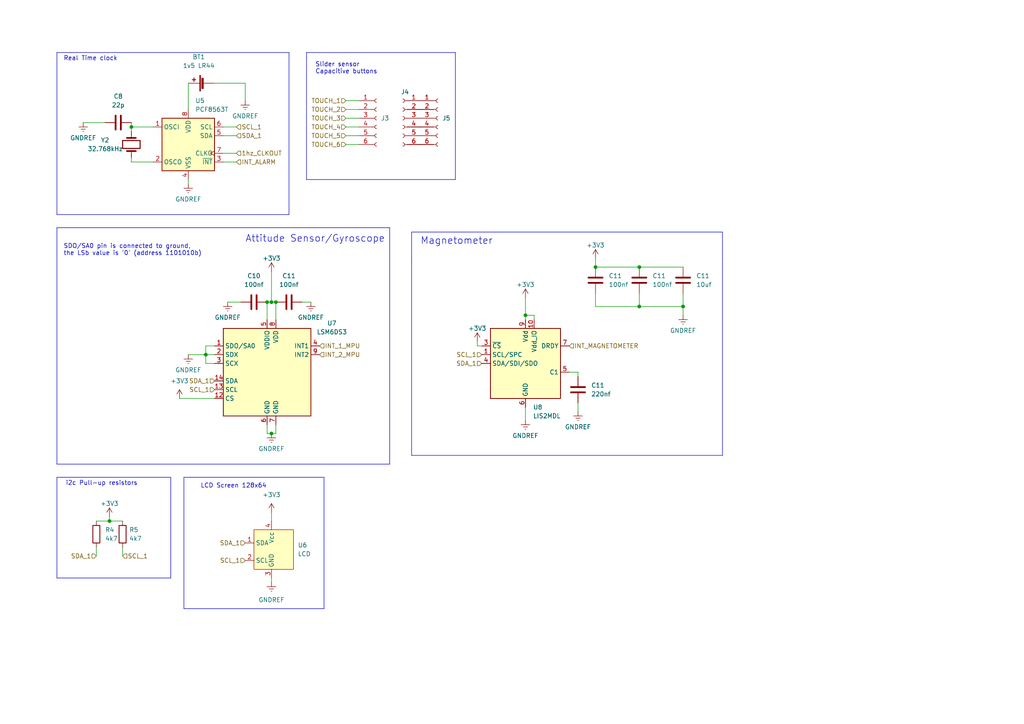
<source format=kicad_sch>
(kicad_sch (version 20230121) (generator eeschema)
  (paper "A4")
  (lib_symbols
    (symbol "Connector:Conn_01x06_Female" (pin_names (offset 1.016) hide)
      (property "Reference" "J" (at 0 7.62 0))
      (property "Value" "Conn_01x06_Female" (at 0 -10.16 0))
      (symbol "Conn_01x06_Female_1_1"
        (arc (start 0 -7.112) (mid -0.5058 -7.62) (end 0 -8.128) (stroke (width 0.1524)))
        (arc (start 0 -4.572) (mid -0.5058 -5.08) (end 0 -5.588) (stroke (width 0.1524)))
        (arc (start 0 -2.032) (mid -0.5058 -2.54) (end 0 -3.048) (stroke (width 0.1524)))
        (polyline (pts (xy -1.27 -7.62) (xy -0.508 -7.62)) (stroke (width 0.1524)))
        (polyline (pts (xy -1.27 -5.08) (xy -0.508 -5.08)) (stroke (width 0.1524)))
        (polyline (pts (xy -1.27 -2.54) (xy -0.508 -2.54)) (stroke (width 0.1524)))
        (polyline (pts (xy -1.27 0) (xy -0.508 0)) (stroke (width 0.1524)))
        (polyline (pts (xy -1.27 2.54) (xy -0.508 2.54)) (stroke (width 0.1524)))
        (polyline (pts (xy -1.27 5.08) (xy -0.508 5.08)) (stroke (width 0.1524)))
        (arc (start 0 0.508) (mid -0.5058 0) (end 0 -0.508) (stroke (width 0.1524)))
        (arc (start 0 3.048) (mid -0.5058 2.54) (end 0 2.032) (stroke (width 0.1524)))
        (arc (start 0 5.588) (mid -0.5058 5.08) (end 0 4.572) (stroke (width 0.1524)))
        (pin passive line (at -5.08 5.08 0) (length 3.81) (name "Pin_1") (number "1"))
        (pin passive line (at -5.08 2.54 0) (length 3.81) (name "Pin_2") (number "2"))
        (pin passive line (at -5.08 0 0) (length 3.81) (name "Pin_3") (number "3"))
        (pin passive line (at -5.08 -2.54 0) (length 3.81) (name "Pin_4") (number "4"))
        (pin passive line (at -5.08 -5.08 0) (length 3.81) (name "Pin_5") (number "5"))
        (pin passive line (at -5.08 -7.62 0) (length 3.81) (name "Pin_6") (number "6"))
      )
    )
    (symbol "Device:Battery_Cell" (pin_numbers hide) (pin_names (offset 0) hide)
      (property "Reference" "BT" (at 2.54 2.54 0))
      (property "Value" "Battery_Cell" (at 2.54 0 0))
      (symbol "Battery_Cell_0_1"
        (rectangle (start -2.286 1.778) (end 2.286 1.524) (fill (type outline)))
        (rectangle (start -1.5748 1.1938) (end 1.4732 0.6858) (fill (type outline)))
        (polyline (pts (xy 0 0.762) (xy 0 0)))
        (polyline (pts (xy 0 1.778) (xy 0 2.54)))
        (polyline (pts (xy 0.508 3.429) (xy 1.524 3.429)) (stroke (width 0.254)))
        (polyline (pts (xy 1.016 3.937) (xy 1.016 2.921)) (stroke (width 0.254)))
      )
      (symbol "Battery_Cell_1_1"
        (pin passive line (at 0 5.08 270) (length 2.54) (name "+") (number "1"))
        (pin passive line (at 0 -2.54 90) (length 2.54) (name "-") (number "2"))
      )
    )
    (symbol "Device:C" (pin_numbers hide) (pin_names (offset 0.254))
      (property "Reference" "C" (at 0.635 2.54 0))
      (property "Value" "C" (at 0.635 -2.54 0))
      (symbol "C_0_1"
        (polyline (pts (xy -2.032 -0.762) (xy 2.032 -0.762)) (stroke (width 0.508)))
        (polyline (pts (xy -2.032 0.762) (xy 2.032 0.762)) (stroke (width 0.508)))
      )
      (symbol "C_1_1"
        (pin passive line (at 0 3.81 270) (length 2.794) (name "~") (number "1"))
        (pin passive line (at 0 -3.81 90) (length 2.794) (name "~") (number "2"))
      )
    )
    (symbol "Device:Crystal" (pin_numbers hide) (pin_names (offset 1.016) hide)
      (property "Reference" "Y" (at 0 3.81 0))
      (property "Value" "Crystal" (at 0 -3.81 0))
      (symbol "Crystal_0_1"
        (rectangle (start -1.143 2.54) (end 1.143 -2.54) (stroke (width 0.3048)))
        (polyline (pts (xy -2.54 0) (xy -1.905 0)))
        (polyline (pts (xy -1.905 -1.27) (xy -1.905 1.27)) (stroke (width 0.508)))
        (polyline (pts (xy 1.905 -1.27) (xy 1.905 1.27)) (stroke (width 0.508)))
        (polyline (pts (xy 2.54 0) (xy 1.905 0)))
      )
      (symbol "Crystal_1_1"
        (pin passive line (at -3.81 0 0) (length 1.27) (name "1") (number "1"))
        (pin passive line (at 3.81 0 180) (length 1.27) (name "2") (number "2"))
      )
    )
    (symbol "Device:R" (pin_numbers hide) (pin_names (offset 0))
      (property "Reference" "R" (at 2.032 0 90))
      (property "Value" "R" (at 0 0 90))
      (symbol "R_0_1"
        (rectangle (start -1.016 -2.54) (end 1.016 2.54) (stroke (width 0.254)))
      )
      (symbol "R_1_1"
        (pin passive line (at 0 3.81 270) (length 1.27) (name "~") (number "1"))
        (pin passive line (at 0 -3.81 90) (length 1.27) (name "~") (number "2"))
      )
    )
    (symbol "LCD_IIC_12864:LCD"
      (property "Reference" "U" (at 5.08 0 0))
      (property "Value" "LCD" (at 2.54 0 0))
      (symbol "LCD_0_1"
        (rectangle (start -3.81 6.35) (end 7.62 -5.08) (fill (type background)))
      )
      (symbol "LCD_1_1"
        (pin input line (at -6.35 2.54 0) (length 2.54) (name "SDA") (number "1"))
        (pin input line (at -6.35 -2.54 0) (length 2.54) (name "SCL") (number "2"))
        (pin power_in line (at 1.27 -7.62 90) (length 2.54) (name "GND") (number "3"))
        (pin power_in line (at 1.27 8.89 270) (length 2.54) (name "Vcc") (number "4"))
      )
    )
    (symbol "Sensor_Magnetic:LIS2MDL"
      (property "Reference" "U" (at -8.89 11.43 0))
      (property "Value" "LIS2MDL" (at 7.62 11.43 0))
      (symbol "LIS2MDL_0_1"
        (rectangle (start -10.16 10.16) (end 10.16 -10.16) (stroke (width 0.254)) (fill (type background)))
      )
      (symbol "LIS2MDL_1_1"
        (pin input line (at -12.7 2.54 0) (length 2.54) (name "SCL/SPC") (number "1"))
        (pin power_in line (at 2.54 12.7 270) (length 2.54) (name "Vdd_IO") (number "10"))
        (pin no_connect line (at -10.16 -7.62 0) (length 2.54) hide (name "NC") (number "11"))
        (pin no_connect line (at 10.16 -7.62 180) (length 2.54) hide (name "NC") (number "12"))
        (pin no_connect line (at -10.16 -5.08 0) (length 2.54) hide (name "NC") (number "2"))
        (pin input line (at -12.7 5.08 0) (length 2.54) (name "~{CS}") (number "3"))
        (pin bidirectional line (at -12.7 0 0) (length 2.54) (name "SDA/SDI/SDO") (number "4"))
        (pin power_out line (at 12.7 -2.54 180) (length 2.54) (name "C1") (number "5"))
        (pin power_in line (at 0 -12.7 90) (length 2.54) (name "GND") (number "6"))
        (pin output line (at 12.7 5.08 180) (length 2.54) (name "DRDY") (number "7"))
        (pin passive line (at 0 -12.7 90) (length 2.54) hide (name "GND") (number "8"))
        (pin power_in line (at 0 12.7 270) (length 2.54) (name "Vdd") (number "9"))
      )
    )
    (symbol "Sensor_Motion:LSM6DS3"
      (property "Reference" "U" (at -11.43 15.24 0))
      (property "Value" "LSM6DS3" (at -11.43 12.7 0))
      (symbol "LSM6DS3_0_1"
        (rectangle (start -12.7 12.7) (end 12.7 -12.7) (stroke (width 0.254)) (fill (type background)))
      )
      (symbol "LSM6DS3_1_1"
        (pin bidirectional line (at -15.24 7.62 0) (length 2.54) (name "SDO/SA0") (number "1"))
        (pin no_connect line (at 12.7 -5.08 180) (length 3.81) hide (name "NC") (number "10"))
        (pin no_connect line (at 12.7 -2.54 180) (length 3.81) hide (name "NC") (number "11"))
        (pin input line (at -15.24 -7.62 0) (length 2.54) (name "CS") (number "12"))
        (pin input line (at -15.24 -5.08 0) (length 2.54) (name "SCL") (number "13"))
        (pin bidirectional line (at -15.24 -2.54 0) (length 2.54) (name "SDA") (number "14"))
        (pin bidirectional line (at -15.24 5.08 0) (length 2.54) (name "SDX") (number "2"))
        (pin input line (at -15.24 2.54 0) (length 2.54) (name "SCX") (number "3"))
        (pin output line (at 15.24 7.62 180) (length 2.54) (name "INT1") (number "4"))
        (pin power_in line (at 0 15.24 270) (length 2.54) (name "VDDIO") (number "5"))
        (pin power_in line (at 0 -15.24 90) (length 2.54) (name "GND") (number "6"))
        (pin power_in line (at 2.54 -15.24 90) (length 2.54) (name "GND") (number "7"))
        (pin power_in line (at 2.54 15.24 270) (length 2.54) (name "VDD") (number "8"))
        (pin output line (at 15.24 5.08 180) (length 2.54) (name "INT2") (number "9"))
      )
    )
    (symbol "Timer_RTC:PCF8563T"
      (property "Reference" "U" (at -7.62 8.89 0))
      (property "Value" "PCF8563T" (at 2.54 8.89 0))
      (symbol "PCF8563T_0_1"
        (rectangle (start -7.62 7.62) (end 7.62 -7.62) (stroke (width 0.254)) (fill (type background)))
      )
      (symbol "PCF8563T_1_1"
        (pin input line (at -10.16 5.08 0) (length 2.54) (name "OSCI") (number "1"))
        (pin output line (at -10.16 -5.08 0) (length 2.54) (name "OSCO") (number "2"))
        (pin output line (at 10.16 -5.08 180) (length 2.54) (name "~{INT}") (number "3"))
        (pin power_in line (at 0 -10.16 90) (length 2.54) (name "VSS") (number "4"))
        (pin bidirectional line (at 10.16 2.54 180) (length 2.54) (name "SDA") (number "5"))
        (pin input line (at 10.16 5.08 180) (length 2.54) (name "SCL") (number "6"))
        (pin output clock (at 10.16 -2.54 180) (length 2.54) (name "CLKO") (number "7"))
        (pin power_in line (at 0 10.16 270) (length 2.54) (name "VDD") (number "8"))
      )
    )
    (symbol "power:+3V3" (power) (pin_names (offset 0))
      (property "Value" "+3V3" (at 0 3.556 0))
      (symbol "+3V3_0_1"
        (polyline (pts (xy -0.762 1.27) (xy 0 2.54)))
        (polyline (pts (xy 0 0) (xy 0 2.54)))
        (polyline (pts (xy 0 2.54) (xy 0.762 1.27)))
      )
      (symbol "+3V3_1_1"
        (pin power_in line (at 0 0 90) (length 0) hide (name "+3V3") (number "1"))
      )
    )
    (symbol "power:GNDREF" (power) (pin_names (offset 0))
      (property "Value" "GNDREF" (at 0 -3.81 0))
      (symbol "GNDREF_0_1"
        (polyline (pts (xy -0.635 -1.905) (xy 0.635 -1.905)))
        (polyline (pts (xy -0.127 -2.54) (xy 0.127 -2.54)))
        (polyline (pts (xy 0 -1.27) (xy 0 0)))
        (polyline (pts (xy 1.27 -1.27) (xy -1.27 -1.27)))
      )
      (symbol "GNDREF_1_1"
        (pin power_in line (at 0 0 270) (length 0) hide (name "GNDREF") (number "1"))
      )
    )
  )
  (junction (at 185.42 88.9))
  (junction (at 77.47 87.63))
  (junction (at 198.12 88.9))
  (junction (at 152.4 91.44))
  (junction (at 31.75 151.13))
  (junction (at 80.01 87.63))
  (junction (at 172.72 77.47))
  (junction (at 78.74 87.63))
  (junction (at 78.74 125.73))
  (junction (at 38.1 36.83))
  (junction (at 59.69 102.87))
  (junction (at 185.42 77.47))
  (polyline (pts (xy 113.03 66.04) (xy 113.03 134.62)))
  (polyline (pts (xy 88.9 52.07) (xy 132.08 52.07)))
  (wire (pts (xy 198.12 88.9) (xy 198.12 91.44)))
  (polyline (pts (xy 16.51 138.43) (xy 16.51 167.64)))
  (wire (pts (xy 77.47 125.73) (xy 78.74 125.73)))
  (wire (pts (xy 185.42 85.09) (xy 185.42 88.9)))
  (polyline (pts (xy 113.03 134.62) (xy 16.51 134.62)))
  (wire (pts (xy 27.94 151.13) (xy 31.75 151.13)))
  (wire (pts (xy 38.1 36.83) (xy 44.45 36.83)))
  (polyline (pts (xy 119.38 67.31) (xy 209.55 67.31)))
  (wire (pts (xy 66.04 87.63) (xy 69.85 87.63)))
  (wire (pts (xy 152.4 86.36) (xy 152.4 91.44)))
  (wire (pts (xy 27.94 158.75) (xy 27.94 161.29)))
  (wire (pts (xy 80.01 125.73) (xy 78.74 125.73)))
  (wire (pts (xy 100.33 36.83) (xy 104.14 36.83)))
  (wire (pts (xy 35.56 158.75) (xy 35.56 161.29)))
  (polyline (pts (xy 119.38 74.93) (xy 119.38 132.08)))
  (wire (pts (xy 31.75 151.13) (xy 35.56 151.13)))
  (polyline (pts (xy 16.51 15.24) (xy 20.32 15.24)))
  (wire (pts (xy 78.74 167.64) (xy 78.74 168.91)))
  (polyline (pts (xy 16.51 138.43) (xy 49.53 138.43)))
  (polyline (pts (xy 209.55 74.93) (xy 209.55 132.08)))
  (wire (pts (xy 100.33 41.91) (xy 104.14 41.91)))
  (polyline (pts (xy 16.51 66.04) (xy 16.51 134.62)))
  (wire (pts (xy 167.64 116.84) (xy 167.64 119.38)))
  (polyline (pts (xy 83.82 15.24) (xy 83.82 62.23)))
  (wire (pts (xy 172.72 85.09) (xy 172.72 88.9)))
  (wire (pts (xy 80.01 87.63) (xy 80.01 92.71)))
  (wire (pts (xy 71.12 29.21) (xy 71.12 24.13)))
  (wire (pts (xy 31.75 149.86) (xy 31.75 151.13)))
  (wire (pts (xy 172.72 77.47) (xy 185.42 77.47)))
  (wire (pts (xy 64.77 39.37) (xy 68.58 39.37)))
  (wire (pts (xy 54.61 52.07) (xy 54.61 53.34)))
  (wire (pts (xy 185.42 77.47) (xy 198.12 77.47)))
  (wire (pts (xy 78.74 78.74) (xy 78.74 87.63)))
  (wire (pts (xy 59.69 102.87) (xy 62.23 102.87)))
  (polyline (pts (xy 209.55 67.31) (xy 209.55 74.93)))
  (wire (pts (xy 165.1 107.95) (xy 167.64 107.95)))
  (wire (pts (xy 100.33 34.29) (xy 104.14 34.29)))
  (wire (pts (xy 78.74 148.59) (xy 78.74 151.13)))
  (wire (pts (xy 62.23 105.41) (xy 59.69 105.41)))
  (wire (pts (xy 64.77 46.99) (xy 68.58 46.99)))
  (wire (pts (xy 64.77 44.45) (xy 68.58 44.45)))
  (polyline (pts (xy 88.9 15.24) (xy 88.9 16.51)))
  (wire (pts (xy 152.4 91.44) (xy 152.4 92.71)))
  (wire (pts (xy 44.45 46.99) (xy 38.1 46.99)))
  (polyline (pts (xy 83.82 62.23) (xy 16.51 62.23)))
  (wire (pts (xy 59.69 100.33) (xy 59.69 102.87)))
  (wire (pts (xy 71.12 24.13) (xy 62.23 24.13)))
  (polyline (pts (xy 88.9 16.51) (xy 88.9 52.07)))
  (wire (pts (xy 78.74 87.63) (xy 80.01 87.63)))
  (wire (pts (xy 198.12 88.9) (xy 198.12 85.09)))
  (polyline (pts (xy 20.32 15.24) (xy 83.82 15.24)))
  (polyline (pts (xy 53.34 138.43) (xy 58.42 138.43)))
  (wire (pts (xy 172.72 88.9) (xy 185.42 88.9)))
  (wire (pts (xy 185.42 88.9) (xy 198.12 88.9)))
  (polyline (pts (xy 132.08 52.07) (xy 132.08 15.24)))
  (wire (pts (xy 38.1 35.56) (xy 38.1 36.83)))
  (wire (pts (xy 100.33 29.21) (xy 104.14 29.21)))
  (wire (pts (xy 62.23 100.33) (xy 59.69 100.33)))
  (wire (pts (xy 172.72 74.93) (xy 172.72 77.47)))
  (wire (pts (xy 54.61 24.13) (xy 54.61 31.75)))
  (polyline (pts (xy 16.51 62.23) (xy 16.51 15.24)))
  (wire (pts (xy 154.94 92.71) (xy 154.94 91.44)))
  (wire (pts (xy 154.94 91.44) (xy 152.4 91.44)))
  (wire (pts (xy 100.33 31.75) (xy 104.14 31.75)))
  (polyline (pts (xy 49.53 167.64) (xy 16.51 167.64)))
  (wire (pts (xy 54.61 102.87) (xy 59.69 102.87)))
  (polyline (pts (xy 16.51 66.04) (xy 113.03 66.04)))
  (wire (pts (xy 77.47 87.63) (xy 77.47 92.71)))
  (polyline (pts (xy 93.98 138.43) (xy 93.98 176.53)))
  (wire (pts (xy 38.1 46.99) (xy 38.1 45.72)))
  (wire (pts (xy 59.69 105.41) (xy 59.69 102.87)))
  (polyline (pts (xy 119.38 67.31) (xy 119.38 74.93)))
  (wire (pts (xy 78.74 87.63) (xy 77.47 87.63)))
  (wire (pts (xy 138.43 99.06) (xy 138.43 100.33)))
  (polyline (pts (xy 132.08 15.24) (xy 88.9 15.24)))
  (wire (pts (xy 152.4 118.11) (xy 152.4 121.92)))
  (polyline (pts (xy 53.34 176.53) (xy 53.34 138.43)))
  (wire (pts (xy 167.64 107.95) (xy 167.64 109.22)))
  (wire (pts (xy 24.13 35.56) (xy 30.48 35.56)))
  (polyline (pts (xy 49.53 138.43) (xy 49.53 167.64)))
  (polyline (pts (xy 58.42 138.43) (xy 93.98 138.43)))
  (wire (pts (xy 138.43 100.33) (xy 139.7 100.33)))
  (wire (pts (xy 64.77 36.83) (xy 68.58 36.83)))
  (wire (pts (xy 52.07 115.57) (xy 62.23 115.57)))
  (wire (pts (xy 77.47 123.19) (xy 77.47 125.73)))
  (wire (pts (xy 80.01 123.19) (xy 80.01 125.73)))
  (polyline (pts (xy 209.55 132.08) (xy 119.38 132.08)))
  (wire (pts (xy 100.33 39.37) (xy 104.14 39.37)))
  (wire (pts (xy 38.1 38.1) (xy 38.1 36.83)))
  (wire (pts (xy 87.63 87.63) (xy 90.17 87.63)))
  (polyline (pts (xy 93.98 176.53) (xy 53.34 176.53)))
  (text "Attitude Sensor/Gyroscope" (at 71.12 70.485 0) (effects (font (size 2 2)) (justify left bottom)))
  (text "Real Time clock" (at 18.415 17.78 0) (effects (font (size 1.27 1.27)) (justify left bottom)))
  (text "Magnetometer" (at 121.92 71.12 0) (effects (font (size 2 2)) (justify left bottom)))
  (text "i2c Pull-up resistors\n" (at 19.05 140.97 0) (effects (font (size 1.27 1.27)) (justify left bottom)))
  (text "LCD Screen 128x64" (at 58.166 141.732 0) (effects (font (size 1.27 1.27)) (justify left bottom)))
  (text "Slider sensor\nCapacitive buttons\n" (at 91.44 21.59 0) (effects (font (size 1.27 1.27)) (justify left bottom)))
  (text "SDO/SA0 pin is connected to ground,\nthe LSb value is '0' (address 1101010b)" (at 18.415 74.295 0) (effects (font (size 1.27 1.27)) (justify left bottom)))
  (hierarchical_label "TOUCH_5" (shape input) (at 100.33 39.37 180))
  (hierarchical_label "TOUCH_1" (shape input) (at 100.33 29.21 180))
  (hierarchical_label "INT_2_MPU" (shape input) (at 92.71 102.87 0))
  (hierarchical_label "INT_MAGNETOMETER" (shape input) (at 165.1 100.33 0))
  (hierarchical_label "SDA_1" (shape input) (at 68.58 39.37 0))
  (hierarchical_label "SDA_1" (shape input) (at 139.7 105.41 180))
  (hierarchical_label "SCL_1" (shape input) (at 68.58 36.83 0))
  (hierarchical_label "TOUCH_6" (shape input) (at 100.33 41.91 180))
  (hierarchical_label "INT_1_MPU" (shape input) (at 92.71 100.33 0))
  (hierarchical_label "SDA_1" (shape input) (at 62.23 110.49 180))
  (hierarchical_label "1hz_CLKOUT" (shape input) (at 68.58 44.45 0))
  (hierarchical_label "SCL_1" (shape input) (at 62.23 113.03 180))
  (hierarchical_label "INT_ALARM" (shape input) (at 68.58 46.99 0))
  (hierarchical_label "SDA_1" (shape input) (at 27.94 161.29 180))
  (hierarchical_label "SCL_1" (shape input) (at 35.56 161.29 0))
  (hierarchical_label "SCL_1" (shape input) (at 139.7 102.87 180))
  (hierarchical_label "TOUCH_2" (shape input) (at 100.33 31.75 180))
  (hierarchical_label "TOUCH_4" (shape input) (at 100.33 36.83 180))
  (hierarchical_label "SDA_1" (shape input) (at 71.12 157.48 180))
  (hierarchical_label "SCL_1" (shape input) (at 71.12 162.56 180))
  (hierarchical_label "TOUCH_3" (shape input) (at 100.33 34.29 180))
  (symbol (lib_id "Connector:Conn_01x06_Female") (at 127 34.29 0) (unit 1)
    (property "Reference" "J5" (at 128.27 34.2899 0) (effects (justify left)))
    (property "Value" "Conn_01x06_Female" (effects hide))
    (property "Footprint" "LCD:slider_sensors_points_smd" (effects hide))
  )
  (symbol (lib_id "power:GNDREF") (at 54.61 102.87 0) (unit 1)
    (property "Reference" "#PWR0123" (effects hide))
    (property "Value" "GNDREF" (at 54.61 107.315 0))
    (instances (project "Main_board" (path "" (reference "#PWR0123") (unit 1)) (path "" (reference "#PWR017") (unit 1))))
  )
  (symbol (lib_id "power:GNDREF") (at 90.17 87.63 0) (unit 1)
    (property "Reference" "#PWR0121" (effects hide))
    (property "Value" "GNDREF" (at 90.17 92.075 0))
    (instances (project "Main_board" (path "" (reference "#PWR0121") (unit 1)) (path "" (reference "#PWR022") (unit 1))))
  )
  (symbol (lib_id "power:GNDREF") (at 71.12 29.21 0) (unit 1)
    (property "Reference" "#PWR0126" (effects hide))
    (property "Value" "GNDREF" (at 71.12 33.655 0))
    (instances (project "Main_board" (path "" (reference "#PWR0126") (unit 1)) (path "" (reference "#PWR019") (unit 1))))
  )
  (symbol (lib_id "power:GNDREF") (at 152.4 121.92 0) (unit 1)
    (property "Reference" "#PWR0121" (effects hide))
    (property "Value" "GNDREF" (at 152.4 126.365 0))
    (instances (project "Main_board" (path "" (reference "#PWR0121") (unit 1)) (path "" (reference "#PWR031") (unit 1))))
  )
  (symbol (lib_id "Connector:Conn_01x06_Female") (at 116.84 34.29 0) (mirror y) (unit 1)
    (property "Reference" "J4" (at 117.475 26.67 0))
    (property "Value" "Conn_01x06_Female" (effects hide))
    (property "Footprint" "LCD:slide_sensor_6p" (effects hide))
  )
  (symbol (lib_id "Device:C") (at 34.29 35.56 270) (unit 1)
    (property "Reference" "C8" (at 34.29 27.94 90))
    (property "Value" "22p" (at 34.29 30.48 90))
    (property "Footprint" "Capacitor_SMD:C_0402_1005Metric" (effects hide))
    (property "#LCSC Part" "re" (effects hide))
  )
  (symbol (lib_id "power:+3V3") (at 31.75 149.86 0) (unit 1)
    (property "Reference" "#PWR0134" (effects hide))
    (property "Value" "+3V3" (at 31.75 146.05 0))
    (instances (project "Main_board" (path "" (reference "#PWR0134") (unit 1)) (path "" (reference "#PWR023") (unit 1))))
  )
  (symbol (lib_id "Sensor_Magnetic:LIS2MDL") (at 152.4 105.41 0) (unit 1)
    (property "Reference" "U8" (at 154.5941 118.11 0) (effects (justify left)))
    (property "Value" "LIS2MDL" (at 154.5941 120.65 0) (effects (justify left)))
    (property "Footprint" "Package_LGA:LGA-12_2x2mm_P0.5mm" (effects hide))
    (property "Datasheet" "https://www.st.com/resource/en/datasheet/lis2mdl.pdf" (effects hide))
  )
  (symbol (lib_id "Device:C") (at 167.64 113.03 0) (unit 1)
    (property "Reference" "C11" (at 171.45 111.76 0) (effects (justify left)))
    (property "Value" "220nf" (at 171.45 114.3 0) (effects (justify left)))
    (property "Footprint" "Capacitor_SMD:C_0402_1005Metric" (effects hide))
    (property "Datasheet" "https://datasheet.lcsc.com/lcsc/2211101700_YAGEO-CC0603KRX7R9BB104_C14663.pdf" (effects hide))
    (property "#LCSC Part" "C14663" (effects hide))
    (instances (project "Main_board" (path "" (reference "C11") (unit 1)) (path "" (reference "C14") (unit 1))))
  )
  (symbol (lib_id "power:GNDREF") (at 78.74 168.91 0) (unit 1)
    (property "Reference" "#PWR0114" (effects hide))
    (property "Value" "GNDREF" (at 78.74 173.99 0))
    (instances (project "Main_board" (path "" (reference "#PWR0114") (unit 1)) (path "" (reference "#PWR025") (unit 1))))
  )
  (symbol (lib_id "Device:C") (at 83.82 87.63 270) (unit 1)
    (property "Reference" "C11" (at 83.82 80.01 90))
    (property "Value" "100nf" (at 83.82 82.55 90))
    (property "Footprint" "Capacitor_SMD:C_0402_1005Metric" (effects hide))
    (property "Datasheet" "https://datasheet.lcsc.com/lcsc/2211101700_YAGEO-CC0603KRX7R9BB104_C14663.pdf" (effects hide))
    (property "#LCSC Part" "C14663" (effects hide))
  )
  (symbol (lib_id "Device:C") (at 172.72 81.28 0) (unit 1)
    (property "Reference" "C11" (at 176.53 80.01 0) (effects (justify left)))
    (property "Value" "100nf" (at 176.53 82.55 0) (effects (justify left)))
    (property "Footprint" "Capacitor_SMD:C_0402_1005Metric" (effects hide))
    (property "Datasheet" "https://datasheet.lcsc.com/lcsc/2211101700_YAGEO-CC0603KRX7R9BB104_C14663.pdf" (effects hide))
    (property "#LCSC Part" "C14663" (effects hide))
    (instances (project "Main_board" (path "" (reference "C11") (unit 1)) (path "" (reference "C12") (unit 1))))
  )
  (symbol (lib_id "power:+3V3") (at 172.72 74.93 0) (unit 1)
    (property "Reference" "#PWR0134" (effects hide))
    (property "Value" "+3V3" (at 172.72 71.12 0))
    (instances (project "Main_board" (path "" (reference "#PWR0134") (unit 1)) (path "" (reference "#PWR029") (unit 1))))
  )
  (symbol (lib_id "power:+3V3") (at 52.07 115.57 0) (unit 1)
    (property "Reference" "#PWR0130" (effects hide))
    (property "Value" "+3V3" (at 52.07 110.49 0))
    (instances (project "Main_board" (path "" (reference "#PWR0130") (unit 1)) (path "" (reference "#PWR015") (unit 1))))
  )
  (symbol (lib_id "power:+3V3") (at 152.4 86.36 0) (unit 1)
    (property "Reference" "#PWR0134" (effects hide))
    (property "Value" "+3V3" (at 152.4 82.55 0))
    (instances (project "Main_board" (path "" (reference "#PWR0134") (unit 1)) (path "" (reference "#PWR028") (unit 1))))
  )
  (symbol (lib_id "power:GNDREF") (at 54.61 53.34 0) (unit 1)
    (property "Reference" "#PWR0125" (effects hide))
    (property "Value" "GNDREF" (at 54.61 57.785 0))
    (instances (project "Main_board" (path "" (reference "#PWR0125") (unit 1)) (path "" (reference "#PWR016") (unit 1))))
  )
  (symbol (lib_id "Device:R") (at 35.56 154.94 0) (unit 1)
    (property "Reference" "R5" (at 37.465 153.6699 0) (effects (justify left)))
    (property "Value" "4k7" (at 37.465 156.2099 0) (effects (justify left)))
    (property "Footprint" "Resistor_SMD:R_0402_1005Metric" (effects hide))
    (property "Datasheet" "https://datasheet.lcsc.com/lcsc/2206010045_UNI-ROYAL-Uniroyal-Elec-0603WAF1002T5E_C25804.pdf" (effects hide))
    (property "#LCSC Part" "C25804" (effects hide))
  )
  (symbol (lib_id "Device:C") (at 73.66 87.63 270) (unit 1)
    (property "Reference" "C10" (at 73.66 80.01 90))
    (property "Value" "100nf" (at 73.66 82.55 90))
    (property "Footprint" "Capacitor_SMD:C_0402_1005Metric" (effects hide))
    (property "Datasheet" "https://datasheet.lcsc.com/lcsc/2211101700_YAGEO-CC0603KRX7R9BB104_C14663.pdf" (effects hide))
    (property "#LCSC Part" "C14663" (effects hide))
  )
  (symbol (lib_id "Device:C") (at 198.12 81.28 0) (unit 1)
    (property "Reference" "C11" (at 201.93 80.01 0) (effects (justify left)))
    (property "Value" "10uf" (at 201.93 82.55 0) (effects (justify left)))
    (property "Footprint" "Capacitor_SMD:C_0402_1005Metric" (effects hide))
    (property "Datasheet" "https://datasheet.lcsc.com/lcsc/2211101700_YAGEO-CC0603KRX7R9BB104_C14663.pdf" (effects hide))
    (property "#LCSC Part" "C14663" (effects hide))
    (instances (project "Main_board" (path "" (reference "C11") (unit 1)) (path "" (reference "C15") (unit 1))))
  )
  (symbol (lib_id "power:+3V3") (at 138.43 99.06 0) (unit 1)
    (property "Reference" "#PWR0134" (effects hide))
    (property "Value" "+3V3" (at 138.43 95.25 0))
    (instances (project "Main_board" (path "" (reference "#PWR0134") (unit 1)) (path "" (reference "#PWR027") (unit 1))))
  )
  (symbol (lib_id "Device:Battery_Cell") (at 59.69 24.13 90) (unit 1)
    (property "Reference" "BT1" (at 57.658 16.51 90))
    (property "Value" "1v5 LR44" (at 57.658 19.05 90))
    (property "Footprint" "LCD:MY-LR44-02" (effects hide))
  )
  (symbol (lib_id "power:GNDREF") (at 167.64 119.38 0) (unit 1)
    (property "Reference" "#PWR0121" (effects hide))
    (property "Value" "GNDREF" (at 167.64 123.825 0))
    (instances (project "Main_board" (path "" (reference "#PWR0121") (unit 1)) (path "" (reference "#PWR026") (unit 1))))
  )
  (symbol (lib_id "Timer_RTC:PCF8563T") (at 54.61 41.91 0) (unit 1)
    (property "Reference" "U5" (at 56.6294 29.21 0) (effects (justify left)))
    (property "Value" "PCF8563T" (at 56.6294 31.75 0) (effects (justify left)))
    (property "Footprint" "Package_SO:SOIC-8_3.9x4.9mm_P1.27mm" (effects hide))
    (property "Datasheet" "https://datasheet.lcsc.com/lcsc/1809141212_NXP-Semicon-PCF8563T-5-518_C7440.pdf" (effects hide))
    (property "#LCSC Part" "C7440" (effects hide))
  )
  (symbol (lib_id "LCD_IIC_12864:LCD") (at 77.47 160.02 0) (unit 1)
    (property "Reference" "U6" (at 86.36 158.1149 0) (effects (justify left)))
    (property "Value" "LCD" (at 86.36 160.6549 0) (effects (justify left)))
    (property "Footprint" "LCD:LCD_IIC_12864" (effects hide))
  )
  (symbol (lib_id "power:GNDREF") (at 66.04 87.63 0) (unit 1)
    (property "Reference" "#PWR0122" (effects hide))
    (property "Value" "GNDREF" (at 66.04 92.075 0))
    (instances (project "Main_board" (path "" (reference "#PWR0122") (unit 1)) (path "" (reference "#PWR018") (unit 1))))
  )
  (symbol (lib_id "Connector:Conn_01x06_Female") (at 109.22 34.29 0) (unit 1)
    (property "Reference" "J3" (at 110.49 34.2899 0) (effects (justify left)))
    (property "Value" "Conn_01x06_Female" (effects hide))
    (property "Footprint" "LCD:slider_sensors_points_smd" (effects hide))
  )
  (symbol (lib_id "power:+3V3") (at 78.74 78.74 0) (unit 1)
    (property "Reference" "#PWR0132" (effects hide))
    (property "Value" "+3V3" (at 78.74 74.93 0))
    (instances (project "Main_board" (path "" (reference "#PWR0132") (unit 1)) (path "" (reference "#PWR020") (unit 1))))
  )
  (symbol (lib_id "power:+3V3") (at 78.74 148.59 0) (unit 1)
    (property "Reference" "#PWR0115" (effects hide))
    (property "Value" "+3V3" (at 78.74 143.51 0))
    (instances (project "Main_board" (path "" (reference "#PWR0115") (unit 1)) (path "" (reference "#PWR024") (unit 1))))
  )
  (symbol (lib_id "Device:Crystal") (at 38.1 41.91 270) (unit 1)
    (property "Reference" "Y2" (at 29.21 40.64 90) (effects (justify left)))
    (property "Value" "32.768kHz" (at 25.4 43.18 90) (effects (justify left)))
    (property "Footprint" "Crystal:Crystal_SMD_3215-2Pin_3.2x1.5mm" (effects hide))
    (property "#LCSC Part" "C97606" (effects hide))
  )
  (symbol (lib_id "Sensor_Motion:LSM6DS3") (at 77.47 107.95 0) (unit 1)
    (property "Reference" "U7" (at 96.266 93.7512 0))
    (property "Value" "LSM6DS3" (at 96.266 96.2912 0))
    (property "Footprint" "Package_LGA:LGA-14_3x2.5mm_P0.5mm_LayoutBorder3x4y" (effects hide))
    (property "Datasheet" "https://datasheet.lcsc.com/lcsc/2102261805_STMicroelectronics-LSM6DS3TR-C_C967633.pdf" (effects hide))
    (property "#LCSC Part" "C967633" (effects hide))
  )
  (symbol (lib_id "power:GNDREF") (at 198.12 91.44 0) (unit 1)
    (property "Reference" "#PWR0121" (effects hide))
    (property "Value" "GNDREF" (at 198.12 95.885 0))
    (instances (project "Main_board" (path "" (reference "#PWR0121") (unit 1)) (path "" (reference "#PWR030") (unit 1))))
  )
  (symbol (lib_id "Device:C") (at 185.42 81.28 0) (unit 1)
    (property "Reference" "C11" (at 189.23 80.01 0) (effects (justify left)))
    (property "Value" "100nf" (at 189.23 82.55 0) (effects (justify left)))
    (property "Footprint" "Capacitor_SMD:C_0402_1005Metric" (effects hide))
    (property "Datasheet" "https://datasheet.lcsc.com/lcsc/2211101700_YAGEO-CC0603KRX7R9BB104_C14663.pdf" (effects hide))
    (property "#LCSC Part" "C14663" (effects hide))
    (instances (project "Main_board" (path "" (reference "C11") (unit 1)) (path "" (reference "C13") (unit 1))))
  )
  (symbol (lib_id "power:GNDREF") (at 78.74 125.73 0) (unit 1)
    (property "Reference" "#PWR0120" (effects hide))
    (property "Value" "GNDREF" (at 78.74 130.175 0))
    (instances (project "Main_board" (path "" (reference "#PWR0120") (unit 1)) (path "" (reference "#PWR021") (unit 1))))
  )
  (symbol (lib_id "power:GNDREF") (at 24.13 35.56 0) (unit 1)
    (property "Reference" "#PWR0127" (effects hide))
    (property "Value" "GNDREF" (at 24.13 40.005 0))
    (instances (project "Main_board" (path "" (reference "#PWR0127") (unit 1)) (path "" (reference "#PWR014") (unit 1))))
  )
  (symbol (lib_id "Device:R") (at 27.94 154.94 180) (unit 1)
    (property "Reference" "R4" (at 30.48 153.6699 0) (effects (justify right)))
    (property "Value" "4k7" (at 30.48 156.2099 0) (effects (justify right)))
    (property "Footprint" "Resistor_SMD:R_0402_1005Metric" (effects hide))
    (property "Datasheet" "https://datasheet.lcsc.com/lcsc/2206010045_UNI-ROYAL-Uniroyal-Elec-0603WAF1002T5E_C25804.pdf" (effects hide))
    (property "#LCSC Part" "C25804" (effects hide))
  )
)
</source>
